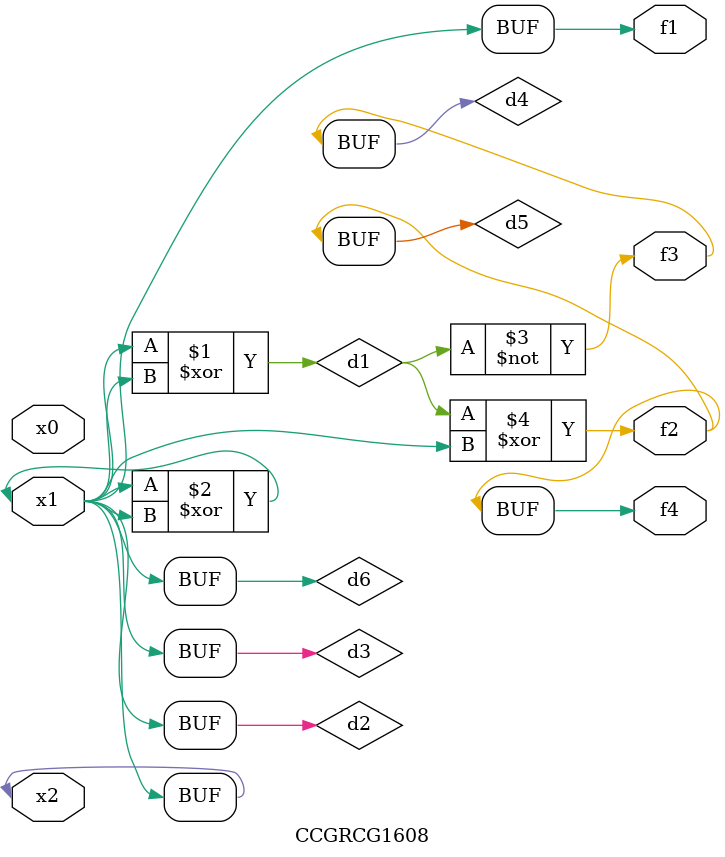
<source format=v>
module CCGRCG1608(
	input x0, x1, x2,
	output f1, f2, f3, f4
);

	wire d1, d2, d3, d4, d5, d6;

	xor (d1, x1, x2);
	buf (d2, x1, x2);
	xor (d3, x1, x2);
	nor (d4, d1);
	xor (d5, d1, d2);
	buf (d6, d2, d3);
	assign f1 = d6;
	assign f2 = d5;
	assign f3 = d4;
	assign f4 = d5;
endmodule

</source>
